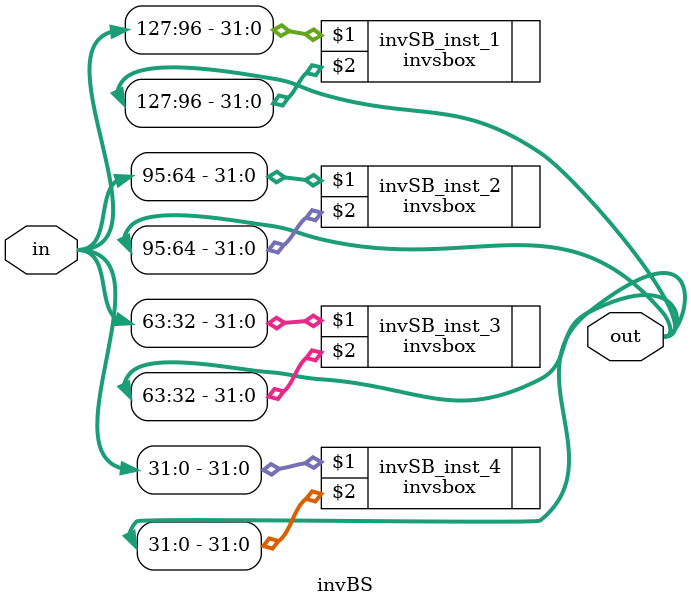
<source format=v>

module invBS (
     input wire [127:0]in , 
     output wire [127:0] out 
);
     invsbox invSB_inst_1(in[127 -: 32] , out[127 -: 32]) ;
     invsbox invSB_inst_2(in[95 -: 32] , out[95 -: 32]) ;
     invsbox invSB_inst_3(in[63 -: 32] , out[63 -: 32]) ;
     invsbox invSB_inst_4(in[31 -: 32] , out[31 -: 32]) ;

endmodule
</source>
